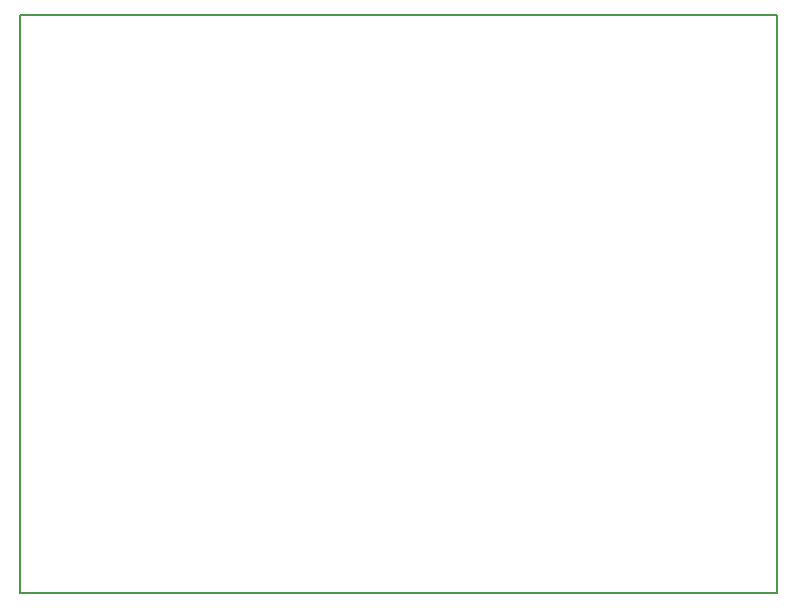
<source format=gbr>
G04 #@! TF.GenerationSoftware,KiCad,Pcbnew,5.0.0-fee4fd1~65~ubuntu17.10.1*
G04 #@! TF.CreationDate,2018-12-28T18:32:25-05:00*
G04 #@! TF.ProjectId,resetter,72657365747465722E6B696361645F70,rev?*
G04 #@! TF.SameCoordinates,Original*
G04 #@! TF.FileFunction,Profile,NP*
%FSLAX46Y46*%
G04 Gerber Fmt 4.6, Leading zero omitted, Abs format (unit mm)*
G04 Created by KiCad (PCBNEW 5.0.0-fee4fd1~65~ubuntu17.10.1) date Fri Dec 28 18:32:25 2018*
%MOMM*%
%LPD*%
G01*
G04 APERTURE LIST*
%ADD10C,0.150000*%
G04 APERTURE END LIST*
D10*
X39370000Y-73660000D02*
X41275000Y-73660000D01*
X39370000Y-24765000D02*
X39370000Y-73660000D01*
X103505000Y-73660000D02*
X41275000Y-73660000D01*
X103505000Y-24765000D02*
X103505000Y-73660000D01*
X39370000Y-24765000D02*
X103505000Y-24765000D01*
M02*

</source>
